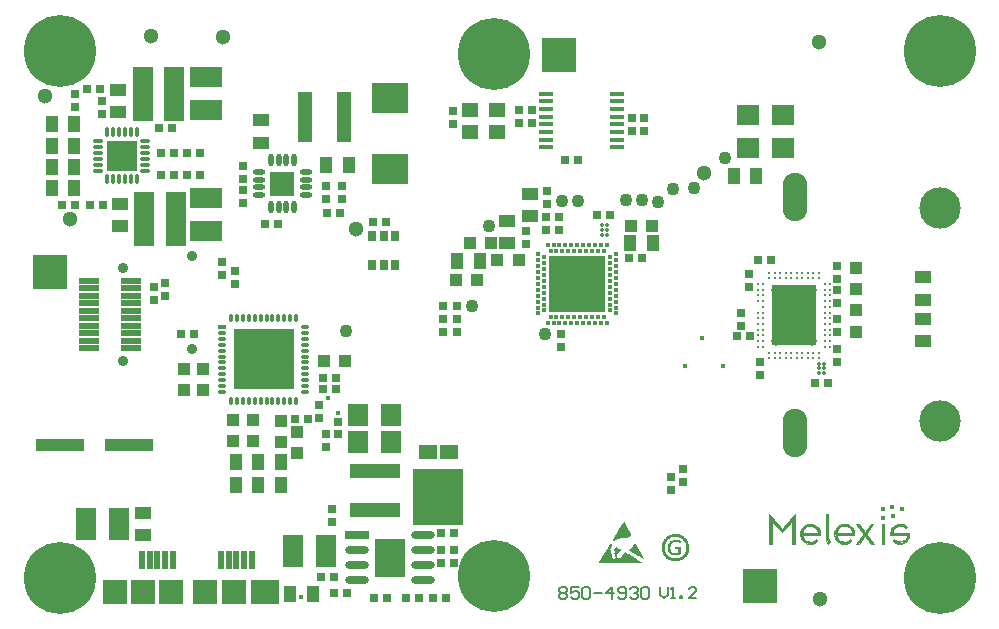
<source format=gts>
G04 Layer_Color=8388736*
%FSLAX44Y44*%
%MOMM*%
G71*
G01*
G75*
%ADD17C,0.3000*%
%ADD60C,0.2000*%
%ADD73C,0.8000*%
%ADD80C,0.3500*%
%ADD106C,0.1016*%
%ADD107R,2.5500X3.2500*%
%ADD108R,0.3302X0.3302*%
%ADD109R,3.0000X3.0000*%
%ADD110R,0.7500X0.3500*%
%ADD111O,0.7500X0.3500*%
%ADD112O,0.3500X0.7500*%
%ADD113R,5.2000X5.2000*%
%ADD114R,1.0000X1.1000*%
%ADD115R,1.1000X1.0000*%
%ADD116R,0.7000X0.7000*%
%ADD117C,1.1000*%
%ADD118R,0.7000X0.9000*%
%ADD119R,0.7000X0.7000*%
%ADD120R,1.7000X0.5000*%
%ADD121R,1.7000X0.5000*%
%ADD122O,2.0000X0.7000*%
%ADD123R,2.0000X0.7000*%
%ADD124R,4.3000X1.3000*%
%ADD125C,0.2800*%
%ADD126R,1.7000X2.8000*%
%ADD127R,2.4000X2.0000*%
%ADD128R,0.5000X1.5000*%
%ADD129R,2.0000X2.0000*%
%ADD130R,4.2500X4.7500*%
%ADD131R,1.5500X1.2500*%
%ADD132R,4.1000X1.1000*%
%ADD133R,1.1000X1.4000*%
%ADD134R,1.4000X1.2000*%
%ADD135R,1.7000X4.6000*%
%ADD136R,1.4000X1.1000*%
%ADD137R,3.1000X2.5000*%
%ADD138R,1.9000X1.7000*%
%ADD139O,0.3500X0.9000*%
%ADD140O,0.9000X0.3500*%
%ADD141R,2.5000X2.5000*%
%ADD142O,1.1000X0.4500*%
%ADD143O,0.4500X1.1000*%
%ADD144R,2.0500X2.0500*%
%ADD145R,1.3000X4.3000*%
%ADD146R,2.8000X1.7000*%
%ADD147R,1.3000X0.4000*%
%ADD148R,1.7000X1.9000*%
%ADD149R,4.7000X4.7000*%
G04:AMPARAMS|DCode=150|XSize=0.4mm|YSize=0.4mm|CornerRadius=0.125mm|HoleSize=0mm|Usage=FLASHONLY|Rotation=90.000|XOffset=0mm|YOffset=0mm|HoleType=Round|Shape=RoundedRectangle|*
%AMROUNDEDRECTD150*
21,1,0.4000,0.1500,0,0,90.0*
21,1,0.1500,0.4000,0,0,90.0*
1,1,0.2500,0.0750,0.0750*
1,1,0.2500,0.0750,-0.0750*
1,1,0.2500,-0.0750,-0.0750*
1,1,0.2500,-0.0750,0.0750*
%
%ADD150ROUNDEDRECTD150*%
%ADD151C,0.9000*%
%ADD152C,6.1000*%
%ADD153R,3.8000X5.1000*%
%ADD154C,1.3000*%
%ADD155O,2.1000X4.1000*%
%ADD156C,3.5000*%
%ADD157C,0.4500*%
%ADD158C,0.8500*%
G36*
X505490Y74962D02*
X505536Y74916D01*
X505582Y74824D01*
X505674Y74641D01*
X505811Y74366D01*
X505994Y74000D01*
X506223Y73541D01*
X506544Y72946D01*
X506911Y72167D01*
X507369Y71250D01*
X507644Y70746D01*
X507965Y70196D01*
X508285Y69555D01*
X508606Y68868D01*
X508973Y68180D01*
X509385Y67401D01*
X509843Y66531D01*
X510302Y65660D01*
X510760Y64698D01*
X511310Y63690D01*
Y63644D01*
X511264Y63552D01*
X511172Y63415D01*
X511035Y63232D01*
X510897Y62957D01*
X510622Y62727D01*
X510347Y62453D01*
X509981Y62178D01*
X509523Y61857D01*
X509019Y61582D01*
X508377Y61353D01*
X507644Y61124D01*
X506819Y60895D01*
X505903Y60757D01*
X504849Y60665D01*
X503657Y60620D01*
X503199D01*
X502878Y60574D01*
X502512Y60528D01*
X502054Y60482D01*
X501595Y60391D01*
X501046Y60299D01*
X499946Y59978D01*
X498800Y59520D01*
X498251Y59245D01*
X497747Y58924D01*
X497242Y58512D01*
X496830Y58054D01*
X496784Y58099D01*
X496647Y58191D01*
X496464Y58283D01*
X496234Y58466D01*
X495730Y58787D01*
X495547Y58970D01*
X495410Y59108D01*
X495455Y59153D01*
X495501Y59291D01*
X495639Y59474D01*
X495822Y59795D01*
X496051Y60116D01*
X496280Y60574D01*
X496601Y61032D01*
X496922Y61536D01*
X497288Y62132D01*
X497655Y62727D01*
X498480Y64056D01*
X499350Y65477D01*
X500267Y66943D01*
X501183Y68409D01*
X502054Y69876D01*
X502878Y71205D01*
X503612Y72396D01*
X503978Y72946D01*
X504253Y73450D01*
X504528Y73862D01*
X504757Y74229D01*
X504986Y74549D01*
X505124Y74779D01*
X505215Y74962D01*
X505261Y75008D01*
X505490D01*
Y74962D01*
D02*
G37*
G36*
X522215Y43162D02*
X522169D01*
X522124Y43116D01*
X522078Y43024D01*
X522032D01*
X521940Y43116D01*
X521803Y43208D01*
X521574Y43299D01*
X521299Y43482D01*
X520978Y43666D01*
X520199Y44078D01*
X519328Y44628D01*
X518275Y45224D01*
X517175Y45865D01*
X516029Y46507D01*
X514884Y47194D01*
X513784Y47835D01*
X512684Y48477D01*
X511676Y49073D01*
X510852Y49577D01*
X510439Y49852D01*
X510118Y50035D01*
X509843Y50218D01*
X509614Y50356D01*
X509431Y50493D01*
X509294Y50585D01*
Y50905D01*
X511493Y52693D01*
X511539Y52738D01*
X511676Y52876D01*
X511860Y53105D01*
X512089Y53426D01*
X512409Y53838D01*
X512776Y54342D01*
X513188Y54984D01*
X513601Y55671D01*
X515113Y56129D01*
X522215Y43162D01*
D02*
G37*
G36*
X493943Y56312D02*
X494081Y56267D01*
X494264Y56129D01*
X494493Y55992D01*
X494951Y55717D01*
X495135Y55579D01*
X495226Y55442D01*
X495181Y55350D01*
X495043Y55121D01*
X494860Y54755D01*
X494631Y54250D01*
X494402Y53655D01*
X494127Y53013D01*
X493898Y52326D01*
X493714Y51639D01*
Y51547D01*
Y51410D01*
Y51272D01*
X493760Y51043D01*
X493806Y50768D01*
Y50447D01*
X493898Y50127D01*
X493943Y49714D01*
X494035Y49256D01*
X494127Y48752D01*
X494264Y48202D01*
X494447Y47652D01*
X494585Y47011D01*
X495043Y45590D01*
X495410Y44170D01*
Y44124D01*
X495455Y44032D01*
X495501Y43849D01*
X495593Y43666D01*
X495776Y43345D01*
X495868Y43208D01*
X495959Y43162D01*
X496830Y42841D01*
X497288D01*
X497334Y42887D01*
X497472Y42933D01*
X497563Y43070D01*
X497701Y43253D01*
X497838Y43574D01*
X497930Y43987D01*
X497976Y44536D01*
Y44765D01*
Y44857D01*
Y45040D01*
X497930Y45361D01*
X497884Y45774D01*
X497747Y46186D01*
X497609Y46644D01*
X497380Y47056D01*
X497059Y47423D01*
Y47469D01*
X497105Y47606D01*
Y47790D01*
X497151Y48019D01*
X497197Y48523D01*
X497242Y48752D01*
Y48935D01*
Y49073D01*
Y49118D01*
Y49256D01*
X497197Y49439D01*
Y49714D01*
X497105Y50035D01*
X497013Y50402D01*
X496876Y50814D01*
X496693Y51272D01*
X496784Y51318D01*
X496968Y51501D01*
X497242Y51776D01*
X497563Y52097D01*
X497930Y52463D01*
X498205Y52876D01*
X498434Y53242D01*
X498571Y53563D01*
X498709D01*
X498800Y53471D01*
X498892Y53380D01*
X499075Y53242D01*
X499579Y52876D01*
X500175Y52418D01*
X500862Y51959D01*
X501550Y51547D01*
X502283Y51181D01*
X502970Y50905D01*
Y50768D01*
X502924Y50676D01*
X502787Y50539D01*
X502558Y50264D01*
X502374Y50081D01*
X502145Y49852D01*
X501870Y49531D01*
X501550Y49210D01*
X501183Y48844D01*
X500725Y48385D01*
X500221Y47881D01*
X499625Y47332D01*
Y47286D01*
X499579Y47194D01*
X499534Y47011D01*
X499442Y46827D01*
X499304Y46415D01*
X499259Y46232D01*
Y46048D01*
Y44674D01*
Y44628D01*
X499304Y44536D01*
X499350Y44490D01*
X499717Y43987D01*
X500083Y43712D01*
X500587D01*
X500771Y43757D01*
X501046Y43849D01*
X501366Y43987D01*
X501687Y44124D01*
X502008Y44307D01*
X502329Y44490D01*
X502512Y44765D01*
X503062Y45590D01*
Y45636D01*
X503108Y45682D01*
X503337Y45957D01*
X503612Y46369D01*
X504024Y46873D01*
X504482Y47377D01*
X505032Y47973D01*
X505674Y48477D01*
X506315Y48935D01*
X506361Y48889D01*
X506453Y48844D01*
X506682Y48706D01*
X506911Y48569D01*
X507231Y48385D01*
X507598Y48156D01*
X508010Y47881D01*
X508515Y47561D01*
X509568Y46919D01*
X510760Y46186D01*
X511997Y45407D01*
X513326Y44582D01*
X514609Y43757D01*
X515892Y42978D01*
X517083Y42245D01*
X518137Y41558D01*
X518595Y41283D01*
X519008Y41008D01*
X519420Y40779D01*
X519741Y40550D01*
X519970Y40367D01*
X520153Y40275D01*
X520291Y40183D01*
X520336Y40138D01*
Y40046D01*
X484183D01*
X484092Y40092D01*
X484000Y40138D01*
X483954Y40275D01*
X493806Y56358D01*
X493898D01*
X493943Y56312D01*
D02*
G37*
G36*
X549561Y64479D02*
X549996Y64431D01*
X550479Y64334D01*
X551010Y64237D01*
X551590Y64093D01*
X552266Y63899D01*
X552894Y63706D01*
X553619Y63416D01*
X554295Y63078D01*
X555020Y62691D01*
X555696Y62208D01*
X556373Y61725D01*
X557049Y61097D01*
X557097Y61049D01*
X557194Y60952D01*
X557387Y60759D01*
X557580Y60469D01*
X557822Y60131D01*
X558112Y59745D01*
X558450Y59310D01*
X558788Y58778D01*
X559078Y58199D01*
X559416Y57571D01*
X559706Y56894D01*
X559948Y56170D01*
X560141Y55348D01*
X560334Y54527D01*
X560431Y53706D01*
X560479Y52788D01*
Y52740D01*
Y52595D01*
Y52305D01*
X560431Y51967D01*
X560382Y51532D01*
X560286Y51049D01*
X560189Y50517D01*
X560044Y49889D01*
X559851Y49261D01*
X559658Y48585D01*
X559368Y47908D01*
X559030Y47184D01*
X558643Y46459D01*
X558160Y45783D01*
X557677Y45106D01*
X557049Y44430D01*
X557001Y44382D01*
X556904Y44285D01*
X556711Y44140D01*
X556421Y43899D01*
X556083Y43657D01*
X555696Y43367D01*
X555261Y43077D01*
X554730Y42739D01*
X554150Y42449D01*
X553522Y42111D01*
X552846Y41821D01*
X552121Y41580D01*
X551300Y41338D01*
X550479Y41193D01*
X549657Y41097D01*
X548740Y41048D01*
X548256D01*
X547918Y41097D01*
X547483Y41145D01*
X547000Y41241D01*
X546469Y41338D01*
X545889Y41483D01*
X545213Y41628D01*
X544585Y41870D01*
X543860Y42160D01*
X543184Y42498D01*
X542459Y42884D01*
X541783Y43319D01*
X541106Y43850D01*
X540430Y44430D01*
X540382Y44478D01*
X540285Y44575D01*
X540092Y44768D01*
X539899Y45058D01*
X539657Y45396D01*
X539367Y45783D01*
X539029Y46218D01*
X538739Y46749D01*
X538401Y47329D01*
X538063Y47957D01*
X537773Y48681D01*
X537531Y49406D01*
X537338Y50179D01*
X537145Y51000D01*
X537048Y51870D01*
X537000Y52788D01*
Y52836D01*
Y53029D01*
Y53271D01*
X537048Y53609D01*
X537097Y54044D01*
X537193Y54527D01*
X537290Y55058D01*
X537435Y55638D01*
X537628Y56315D01*
X537821Y56943D01*
X538111Y57667D01*
X538449Y58344D01*
X538836Y59068D01*
X539319Y59745D01*
X539850Y60421D01*
X540430Y61097D01*
X540478Y61146D01*
X540575Y61242D01*
X540768Y61435D01*
X541058Y61629D01*
X541396Y61870D01*
X541783Y62160D01*
X542218Y62498D01*
X542749Y62836D01*
X543329Y63126D01*
X543957Y63464D01*
X544633Y63754D01*
X545406Y63996D01*
X546179Y64189D01*
X547000Y64382D01*
X547822Y64479D01*
X548740Y64527D01*
X549223D01*
X549561Y64479D01*
D02*
G37*
%LPC*%
G36*
X548740Y61967D02*
X548353D01*
X548111Y61919D01*
X547773Y61870D01*
X547387Y61822D01*
X546517Y61629D01*
X545454Y61290D01*
X544392Y60807D01*
X543812Y60518D01*
X543280Y60179D01*
X542749Y59745D01*
X542218Y59261D01*
X542169Y59213D01*
X542121Y59117D01*
X541976Y58972D01*
X541783Y58778D01*
X541590Y58537D01*
X541396Y58199D01*
X541155Y57860D01*
X540913Y57426D01*
X540382Y56508D01*
X539995Y55397D01*
X539657Y54141D01*
X539609Y53464D01*
X539561Y52788D01*
Y52740D01*
Y52643D01*
Y52401D01*
X539609Y52160D01*
X539657Y51822D01*
X539705Y51435D01*
X539899Y50566D01*
X540188Y49503D01*
X540672Y48440D01*
X541010Y47860D01*
X541348Y47329D01*
X541735Y46797D01*
X542218Y46266D01*
X542266Y46218D01*
X542363Y46169D01*
X542507Y46024D01*
X542701Y45831D01*
X542942Y45638D01*
X543280Y45445D01*
X543619Y45203D01*
X544053Y44962D01*
X545020Y44430D01*
X546131Y44044D01*
X547387Y43705D01*
X548015Y43657D01*
X548740Y43609D01*
X549126D01*
X549368Y43657D01*
X549706Y43705D01*
X550092Y43754D01*
X550962Y43947D01*
X551976Y44237D01*
X553088Y44720D01*
X553619Y45058D01*
X554150Y45396D01*
X554682Y45783D01*
X555213Y46266D01*
X555261Y46314D01*
X555310Y46411D01*
X555455Y46556D01*
X555648Y46749D01*
X555841Y46990D01*
X556083Y47329D01*
X556324Y47667D01*
X556566Y48102D01*
X557049Y49068D01*
X557484Y50179D01*
X557822Y51435D01*
X557870Y52063D01*
X557919Y52788D01*
Y52836D01*
Y52933D01*
Y53174D01*
X557870Y53416D01*
X557822Y53754D01*
X557774Y54141D01*
X557580Y55010D01*
X557242Y56025D01*
X556759Y57087D01*
X556469Y57667D01*
X556131Y58199D01*
X555696Y58730D01*
X555213Y59261D01*
X555165Y59310D01*
X555117Y59358D01*
X554923Y59503D01*
X554730Y59696D01*
X554488Y59889D01*
X554150Y60131D01*
X553812Y60373D01*
X553426Y60614D01*
X552459Y61097D01*
X551348Y61532D01*
X550092Y61870D01*
X549464Y61919D01*
X548740Y61967D01*
D02*
G37*
%LPD*%
G36*
X549947Y59406D02*
X550479Y59310D01*
X550624D01*
X550914Y59261D01*
X551300Y59165D01*
X551735Y59020D01*
X551783D01*
X551831Y58972D01*
X552025Y58923D01*
X552314Y58778D01*
X552556Y58633D01*
X552604D01*
X552749Y58537D01*
X552894Y58440D01*
X553039Y58344D01*
X553088D01*
X553136Y58247D01*
X553232Y58005D01*
Y57957D01*
X553281Y57860D01*
Y57716D01*
Y57426D01*
Y57377D01*
Y57329D01*
X553232Y57039D01*
Y56991D01*
Y56943D01*
X553184Y56749D01*
Y56701D01*
X553088Y56604D01*
X553039D01*
X552943Y56556D01*
X552894D01*
X552846Y56604D01*
X552701Y56653D01*
X552508Y56749D01*
X552459Y56798D01*
X552314Y56894D01*
X552073Y56991D01*
X551735Y57136D01*
X551638Y57184D01*
X551397Y57281D01*
X551058Y57426D01*
X550575Y57522D01*
X550527D01*
X550479Y57571D01*
X550334D01*
X550140Y57619D01*
X549657Y57667D01*
X548981Y57716D01*
X548595D01*
X548353Y57667D01*
X547725Y57571D01*
X547049Y57329D01*
X547000D01*
X546904Y57281D01*
X546759Y57184D01*
X546566Y57087D01*
X546131Y56798D01*
X545648Y56363D01*
Y56315D01*
X545551Y56266D01*
X545454Y56121D01*
X545309Y55928D01*
X545020Y55445D01*
X544730Y54817D01*
Y54769D01*
X544681Y54672D01*
X544633Y54479D01*
X544585Y54237D01*
X544537Y53899D01*
X544488Y53561D01*
X544440Y52788D01*
Y52740D01*
Y52595D01*
Y52353D01*
X544488Y52063D01*
X544585Y51387D01*
X544778Y50662D01*
Y50614D01*
X544826Y50517D01*
X544923Y50324D01*
X545020Y50131D01*
X545309Y49599D01*
X545696Y49068D01*
X545744Y49020D01*
X545793Y48971D01*
X545938Y48875D01*
X546131Y48730D01*
X546566Y48391D01*
X547145Y48102D01*
X547194D01*
X547290Y48053D01*
X547483Y48005D01*
X547677Y47957D01*
X548256Y47860D01*
X548981Y47812D01*
X549368D01*
X549706Y47860D01*
X550140Y47957D01*
X550189D01*
X550237Y48005D01*
X550479Y48053D01*
X550817Y48198D01*
X551203Y48343D01*
Y51870D01*
X548160D01*
X548111Y51918D01*
X548063Y52015D01*
Y52063D01*
X548015Y52112D01*
X547966Y52305D01*
Y52353D01*
Y52401D01*
Y52691D01*
Y52740D01*
Y52788D01*
Y53029D01*
Y53078D01*
X548015Y53126D01*
Y53223D01*
X548063Y53271D01*
X548111Y53319D01*
X548160Y53416D01*
X548208Y53464D01*
X552798D01*
X552943Y53416D01*
X553088Y53319D01*
X553136Y53271D01*
X553184Y53174D01*
X553232Y53029D01*
X553281Y52740D01*
Y47667D01*
Y47619D01*
Y47522D01*
X553184Y47232D01*
Y47184D01*
X553136Y47136D01*
X553039Y47039D01*
X552846Y46990D01*
X552798Y46942D01*
X552604Y46894D01*
X552314Y46749D01*
X551976Y46604D01*
X551880D01*
X551687Y46507D01*
X551348Y46411D01*
X550962Y46314D01*
X550865D01*
X550672Y46266D01*
X550334Y46218D01*
X549947Y46121D01*
X549609D01*
X549271Y46073D01*
X548643D01*
X548353Y46121D01*
X547966D01*
X547532Y46169D01*
X547097Y46266D01*
X546131Y46556D01*
X546082D01*
X545938Y46652D01*
X545696Y46749D01*
X545406Y46894D01*
X544730Y47329D01*
X544005Y47860D01*
X543957Y47908D01*
X543860Y48005D01*
X543715Y48198D01*
X543522Y48440D01*
X543329Y48730D01*
X543087Y49116D01*
X542701Y49938D01*
Y49986D01*
X542652Y50131D01*
X542556Y50421D01*
X542507Y50759D01*
X542411Y51145D01*
X542314Y51628D01*
X542266Y52112D01*
Y52691D01*
Y52740D01*
Y52933D01*
X542314Y53223D01*
Y53609D01*
X542363Y54044D01*
X542459Y54479D01*
X542749Y55445D01*
X542797Y55493D01*
X542846Y55686D01*
X542942Y55928D01*
X543135Y56218D01*
X543570Y56894D01*
X544150Y57619D01*
X544198Y57667D01*
X544295Y57764D01*
X544488Y57957D01*
X544730Y58150D01*
X545020Y58344D01*
X545406Y58585D01*
X546227Y58972D01*
X546276D01*
X546421Y59068D01*
X546711Y59117D01*
X547049Y59213D01*
X547435Y59310D01*
X547918Y59358D01*
X548401Y59455D01*
X549464D01*
X549947Y59406D01*
D02*
G37*
D17*
X679187Y227660D02*
D03*
Y232477D02*
D03*
X618857Y261378D02*
D03*
Y266195D02*
D03*
X665335Y213500D02*
D03*
X618857Y232477D02*
D03*
X669996Y285172D02*
D03*
X665335D02*
D03*
X660675D02*
D03*
X656013D02*
D03*
X651352D02*
D03*
X646692D02*
D03*
X642030D02*
D03*
X637369D02*
D03*
X618857Y237293D02*
D03*
X632709Y285172D02*
D03*
X628047Y213500D02*
D03*
X632709D02*
D03*
X637369D02*
D03*
X642030D02*
D03*
X646692D02*
D03*
X651352D02*
D03*
X656013D02*
D03*
X660675D02*
D03*
X618857Y246928D02*
D03*
Y227660D02*
D03*
X679187Y266195D02*
D03*
Y261378D02*
D03*
Y246928D02*
D03*
Y242111D02*
D03*
Y275829D02*
D03*
Y222843D02*
D03*
X618857D02*
D03*
Y242111D02*
D03*
X628047Y285172D02*
D03*
X679187Y271012D02*
D03*
Y256562D02*
D03*
Y251744D02*
D03*
Y237293D02*
D03*
X669996Y213500D02*
D03*
X618857Y251744D02*
D03*
Y271012D02*
D03*
Y275829D02*
D03*
D60*
X536000Y18997D02*
Y12999D01*
X538999Y10000D01*
X541998Y12999D01*
Y18997D01*
X544997Y10000D02*
X547996D01*
X546497D01*
Y18997D01*
X544997Y17498D01*
X552495Y10000D02*
Y11500D01*
X553994D01*
Y10000D01*
X552495D01*
X565990D02*
X559992D01*
X565990Y15998D01*
Y17498D01*
X564491Y18997D01*
X561492D01*
X559992Y17498D01*
X450000Y17331D02*
X451666Y18997D01*
X454998D01*
X456665Y17331D01*
Y15664D01*
X454998Y13998D01*
X456665Y12332D01*
Y10666D01*
X454998Y9000D01*
X451666D01*
X450000Y10666D01*
Y12332D01*
X451666Y13998D01*
X450000Y15664D01*
Y17331D01*
X451666Y13998D02*
X454998D01*
X466661Y18997D02*
X459997D01*
Y13998D01*
X463329Y15664D01*
X464995D01*
X466661Y13998D01*
Y10666D01*
X464995Y9000D01*
X461663D01*
X459997Y10666D01*
X469994Y17331D02*
X471660Y18997D01*
X474992D01*
X476658Y17331D01*
Y10666D01*
X474992Y9000D01*
X471660D01*
X469994Y10666D01*
Y17331D01*
X479990Y13998D02*
X486655D01*
X494986Y9000D02*
Y18997D01*
X489987Y13998D01*
X496652D01*
X499984Y10666D02*
X501650Y9000D01*
X504982D01*
X506648Y10666D01*
Y17331D01*
X504982Y18997D01*
X501650D01*
X499984Y17331D01*
Y15664D01*
X501650Y13998D01*
X506648D01*
X509981Y17331D02*
X511647Y18997D01*
X514979D01*
X516645Y17331D01*
Y15664D01*
X514979Y13998D01*
X513313D01*
X514979D01*
X516645Y12332D01*
Y10666D01*
X514979Y9000D01*
X511647D01*
X509981Y10666D01*
X519977Y17331D02*
X521644Y18997D01*
X524976D01*
X526642Y17331D01*
Y10666D01*
X524976Y9000D01*
X521644D01*
X519977Y10666D01*
Y17331D01*
D73*
X634022Y270736D02*
D03*
Y227936D02*
D03*
X664022Y270736D02*
D03*
Y227936D02*
D03*
D80*
X486417Y325570D02*
D03*
Y321571D02*
D03*
Y317571D02*
D03*
X490417Y325570D02*
D03*
Y321571D02*
D03*
Y317571D02*
D03*
X674500Y200500D02*
D03*
Y204500D02*
D03*
Y208500D02*
D03*
X670500Y200500D02*
D03*
Y204500D02*
D03*
Y208500D02*
D03*
D106*
X629486Y55928D02*
X630248D01*
Y75486D01*
X630756D01*
X631010Y75232D01*
X638884Y67866D01*
X647774Y75486D01*
X639138Y66088D02*
X647774Y75486D01*
X638884Y65580D02*
X639138Y66088D01*
X630756Y74724D02*
X638884Y65580D01*
X630756Y74724D02*
Y74978D01*
X630248Y75994D02*
X630756Y74978D01*
X629994Y75740D02*
X630248Y75994D01*
X629994Y75740D02*
X638884Y66342D01*
X648028Y76248D01*
Y56182D02*
Y76248D01*
Y56182D02*
X648536D01*
Y55928D02*
Y56182D01*
X647774Y55928D02*
X648536D01*
X647774D02*
Y77772D01*
X648536D01*
X638884Y67104D02*
X648536Y77772D01*
X629994Y76756D02*
X638884Y67104D01*
X629740Y76756D02*
X629994D01*
X629740D02*
Y77772D01*
X629994D01*
Y55928D02*
Y77772D01*
X629232Y55928D02*
X629994D01*
X629232D02*
Y56436D01*
X628470D02*
X629232D01*
X628470Y55928D02*
Y56436D01*
Y55928D02*
X629232D01*
Y79042D01*
X628978D02*
X629232D01*
X628978D02*
X638884Y68120D01*
X648536Y78788D01*
Y55928D02*
Y78788D01*
Y55928D02*
X649298D01*
Y80566D01*
X638884Y68882D02*
X649298Y80566D01*
X628470D02*
X638884Y68882D01*
X628470Y55928D02*
Y80566D01*
X684350Y61770D02*
X684604Y61516D01*
X685366Y60500D01*
X685874Y59738D01*
X686382Y59484D01*
X687144Y58722D01*
X688160Y57960D01*
X689430Y57452D01*
X690700Y57198D01*
X693494Y57452D01*
X695526Y58214D01*
X696288Y58976D01*
X696796Y58468D01*
X696288Y57960D02*
X696796Y58468D01*
X695272Y57452D02*
X696288Y57960D01*
X694256Y57198D02*
X695272Y57452D01*
X693494Y56690D02*
X694256Y57198D01*
X690446Y56690D02*
X693494D01*
X689684Y56944D02*
X690446Y56690D01*
X688668Y57198D02*
X689684Y56944D01*
X687398Y57960D02*
X688668Y57198D01*
X685874Y58976D02*
X687398Y57960D01*
X685112Y59992D02*
X685874Y58976D01*
X684858Y59992D02*
X685112D01*
X684350Y60754D02*
X684858Y59992D01*
X684350Y60754D02*
X685366Y61008D01*
X684350Y61770D02*
X685366Y61008D01*
X683842Y62532D02*
X684350Y61770D01*
X683842Y62532D02*
X684096Y62786D01*
X685366Y61516D01*
X684350Y63548D02*
X684858Y62786D01*
X684096Y65072D02*
X684350Y63548D01*
X684096Y65072D02*
Y66596D01*
X684604Y67612D01*
X685112Y68882D01*
X685874Y69898D01*
X686636Y70406D01*
X687652Y71422D01*
X688922Y71676D01*
X690446Y72184D01*
X694002D01*
X694510Y71676D01*
X695780Y71168D01*
X696542Y70406D01*
X698066Y69136D01*
X698320Y68628D01*
X698828Y67358D01*
X699336Y66342D01*
X699590Y65326D01*
X699336Y64564D02*
X699590Y65326D01*
X698828Y65072D02*
X699336Y64564D01*
X698828Y65072D02*
Y65580D01*
X698574Y66850D02*
X698828Y65580D01*
X697558Y68882D02*
X698574Y66850D01*
X697050Y69644D02*
X697558Y68882D01*
X695780Y70660D02*
X697050Y69644D01*
X694764Y71168D02*
X695780Y70660D01*
X693494Y71676D02*
X694764Y71168D01*
X692224Y71930D02*
X693494Y71676D01*
X690954Y71930D02*
X692224D01*
X690192Y71676D02*
X690954Y71930D01*
X688668Y71422D02*
X690192Y71676D01*
X687906Y70660D02*
X688668Y71422D01*
X686890Y70152D02*
X687906Y70660D01*
X686382Y69390D02*
X686890Y70152D01*
X685620Y68374D02*
X686382Y69390D01*
X684858Y66850D02*
X685620Y68374D01*
X684604Y65580D02*
X684858Y66850D01*
X684604Y65580D02*
X684858Y64564D01*
X685620Y63802D01*
X685112D02*
X685620D01*
X685112D02*
Y64310D01*
X697558D01*
X697812Y64056D01*
X699082D01*
X698320Y64564D02*
X699082Y64056D01*
X697812Y65072D02*
X698320Y64564D01*
X685366Y65072D02*
X697812D01*
X685366D02*
Y65580D01*
X685620Y66596D01*
X686890Y69136D01*
X687906Y69898D01*
X688668Y70660D01*
X689938Y70914D01*
X690954Y71168D01*
X693240D01*
X695272Y70152D01*
X696288Y69390D01*
X697050Y68628D01*
X697812Y67358D01*
X698066Y66088D01*
Y65072D02*
Y66088D01*
Y65072D02*
X699336Y64310D01*
X700098Y63548D01*
X686128D02*
X700098D01*
X685366Y63294D02*
X686128Y63548D01*
X685366Y62532D02*
Y63294D01*
Y62532D02*
X685620Y61516D01*
X686128Y61008D01*
X685620Y61262D02*
X686128Y61008D01*
X685620Y61262D02*
X687398Y59484D01*
X688414Y58722D01*
X689176Y58214D01*
X688922D02*
X689176D01*
X688922D02*
X690192Y57960D01*
X691208Y57706D01*
X693240D01*
X694256Y57960D01*
X695272Y58722D01*
X696288Y59738D01*
X697558Y58468D01*
X697050Y57960D02*
X697558Y58468D01*
X696288Y57452D02*
X697050Y57960D01*
X695018Y56690D02*
X696288Y57452D01*
X693494Y56182D02*
X695018Y56690D01*
X692224Y55928D02*
X693494Y56182D01*
X690700Y55928D02*
X692224D01*
X689430Y56182D02*
X690700Y55928D01*
X688414Y56690D02*
X689430Y56182D01*
X687144Y57452D02*
X688414Y56690D01*
X685620Y58468D02*
X687144Y57452D01*
X684096Y60246D02*
X685620Y58468D01*
X683588Y61770D02*
X684096Y60246D01*
X683334Y62786D02*
X683588Y61770D01*
X683334Y62786D02*
Y65834D01*
X683842Y67612D01*
X684350Y68882D01*
X685366Y70152D01*
X687398Y71676D01*
X688414Y72184D01*
X689684Y72438D01*
X690700Y72692D01*
X693748D01*
X695272Y72184D01*
X696542Y71422D01*
X698828Y69136D01*
X699336Y68120D01*
X699844Y66850D01*
X700098Y65326D01*
Y63548D02*
Y65326D01*
X655394Y61770D02*
X655648Y61516D01*
X656410Y60500D01*
X656918Y59738D01*
X657426Y59484D01*
X658188Y58722D01*
X659204Y57960D01*
X660474Y57452D01*
X661744Y57198D01*
X664538Y57452D01*
X666570Y58214D01*
X667332Y58976D01*
X667840Y58468D01*
X667332Y57960D02*
X667840Y58468D01*
X666316Y57452D02*
X667332Y57960D01*
X665300Y57198D02*
X666316Y57452D01*
X664538Y56690D02*
X665300Y57198D01*
X661490Y56690D02*
X664538D01*
X660728Y56944D02*
X661490Y56690D01*
X659712Y57198D02*
X660728Y56944D01*
X658442Y57960D02*
X659712Y57198D01*
X656918Y58976D02*
X658442Y57960D01*
X656156Y59992D02*
X656918Y58976D01*
X655902Y59992D02*
X656156D01*
X655394Y60754D02*
X655902Y59992D01*
X655394Y60754D02*
X656410Y61008D01*
X655394Y61770D02*
X656410Y61008D01*
X654886Y62532D02*
X655394Y61770D01*
X654886Y62532D02*
X655140Y62786D01*
X656410Y61516D01*
X655902Y62786D02*
X656410Y61516D01*
X655394Y63548D02*
X655902Y62786D01*
X655140Y65072D02*
X655394Y63548D01*
X655140Y65072D02*
Y66596D01*
X655648Y67612D01*
X656156Y68882D01*
X656918Y69898D01*
X657680Y70406D01*
X658696Y71422D01*
X659966Y71676D01*
X661490Y72184D01*
X665046D01*
X665554Y71676D01*
X666824Y71168D01*
X667586Y70406D01*
X669110Y69136D01*
X669364Y68628D01*
X669872Y67358D01*
X670380Y66342D01*
X670634Y65326D01*
X670380Y64564D02*
X670634Y65326D01*
X669872Y65072D02*
X670380Y64564D01*
X669872Y65072D02*
Y65580D01*
X669618Y66850D02*
X669872Y65580D01*
X668602Y68882D02*
X669618Y66850D01*
X668094Y69644D02*
X668602Y68882D01*
X666824Y70660D02*
X668094Y69644D01*
X665808Y71168D02*
X666824Y70660D01*
X664538Y71676D02*
X665808Y71168D01*
X663268Y71930D02*
X664538Y71676D01*
X661998Y71930D02*
X663268D01*
X661236Y71676D02*
X661998Y71930D01*
X659712Y71422D02*
X661236Y71676D01*
X658950Y70660D02*
X659712Y71422D01*
X657934Y70152D02*
X658950Y70660D01*
X657426Y69390D02*
X657934Y70152D01*
X656664Y68374D02*
X657426Y69390D01*
X655902Y66850D02*
X656664Y68374D01*
X655648Y65580D02*
X655902Y66850D01*
X655648Y65580D02*
X655902Y64564D01*
X656664Y63802D01*
X656156D02*
X656664D01*
X656156D02*
Y64310D01*
X668602D01*
X668856Y64056D01*
X670126D01*
X669364Y64564D02*
X670126Y64056D01*
X668856Y65072D02*
X669364Y64564D01*
X656410Y65072D02*
X668856D01*
X656410D02*
Y65580D01*
X656664Y66596D01*
X657934Y69136D01*
X658950Y69898D01*
X659712Y70660D01*
X660982Y70914D01*
X661998Y71168D01*
X664284D01*
X666316Y70152D01*
X667332Y69390D01*
X668094Y68628D01*
X668856Y67358D01*
X669110Y66088D01*
Y65072D02*
Y66088D01*
Y65072D02*
X670380Y64310D01*
X671142Y63548D01*
X657172D02*
X671142D01*
X656410Y63294D02*
X657172Y63548D01*
X656410Y62532D02*
Y63294D01*
Y62532D02*
X656664Y61516D01*
X657172Y61008D01*
X656664Y61262D02*
X657172Y61008D01*
X656664Y61262D02*
X658442Y59484D01*
X659458Y58722D01*
X660220Y58214D01*
X659966D02*
X660220D01*
X659966D02*
X661236Y57960D01*
X662252Y57706D01*
X664284D01*
X665300Y57960D01*
X666316Y58722D01*
X667332Y59738D01*
X668602Y58468D01*
X668094Y57960D02*
X668602Y58468D01*
X667332Y57452D02*
X668094Y57960D01*
X666062Y56690D02*
X667332Y57452D01*
X664538Y56182D02*
X666062Y56690D01*
X663268Y55928D02*
X664538Y56182D01*
X661744Y55928D02*
X663268D01*
X660474Y56182D02*
X661744Y55928D01*
X659458Y56690D02*
X660474Y56182D01*
X658188Y57452D02*
X659458Y56690D01*
X656664Y58468D02*
X658188Y57452D01*
X655140Y60246D02*
X656664Y58468D01*
X654632Y61770D02*
X655140Y60246D01*
X654378Y62786D02*
X654632Y61770D01*
X654378Y62786D02*
Y65834D01*
X654886Y67612D01*
X655394Y68882D01*
X656410Y70152D01*
X658442Y71676D01*
X659458Y72184D01*
X660728Y72438D01*
X661744Y72692D01*
X664792D01*
X666316Y72184D01*
X667586Y71422D01*
X669872Y69136D01*
X670380Y68120D01*
X670888Y66850D01*
X671142Y65326D01*
Y63548D02*
Y65326D01*
X678254Y57198D02*
X678508Y56690D01*
X677746Y57960D02*
X678254Y57198D01*
X677238Y58976D02*
X677746Y57960D01*
X676730Y59738D02*
X677238Y58976D01*
X676730Y80312D02*
X677238D01*
Y60500D02*
X677492Y59738D01*
X678000Y58722D01*
X679016Y57198D01*
X679524Y57706D01*
X679778Y57198D01*
X678254Y56182D02*
X679778Y57198D01*
X677238Y57452D02*
X678254Y56182D01*
X676476Y58722D02*
X677238Y57452D01*
X676222Y59738D02*
X676476Y58722D01*
X676222Y81074D02*
X678000D01*
Y60500D02*
Y81074D01*
Y60500D02*
X678762Y58976D01*
X679778Y57198D01*
X703654Y56436D02*
X715592Y72438D01*
X714830D02*
X715592D01*
X702892Y56436D02*
X714830Y72438D01*
X701876Y55928D02*
X702892Y56436D01*
X701876Y55928D02*
X704162D01*
X716354Y72692D01*
X714068D02*
X716354D01*
X701876Y55928D02*
X714068Y72692D01*
X703654Y72438D02*
X716100Y55928D01*
X715084Y56182D02*
X716100Y55928D01*
X703146Y72184D02*
X715084Y56182D01*
X701876Y72692D02*
X703146Y72184D01*
X701876Y72692D02*
X704162D01*
X716862Y55674D01*
X714576D02*
X716862D01*
X701876Y72692D02*
X714576Y55674D01*
X724228Y56182D02*
Y72438D01*
X723466Y56182D02*
X724228D01*
X723466Y55928D02*
Y56182D01*
Y55928D02*
X724990D01*
Y72692D01*
X723466D02*
X724990D01*
X723466Y55928D02*
Y72692D01*
X731086Y64056D02*
X744548D01*
X746072Y63802D01*
X745564Y64310D02*
X746072Y63802D01*
X745310Y63548D02*
X745564Y64310D01*
X745310Y62278D02*
Y63548D01*
X744548Y60500D02*
X745310Y62278D01*
X744040Y59738D02*
X744548Y60500D01*
X744040Y59738D02*
X744802D01*
X745056Y61516D01*
X744802Y60754D02*
X745056Y61516D01*
X744294Y59992D02*
X744802Y60754D01*
X743278Y59230D02*
X744294Y59992D01*
X742008Y58468D02*
X743278Y59230D01*
X740738Y57960D02*
X742008Y58468D01*
X738198Y57452D02*
X740738Y57960D01*
X736420Y57706D02*
X738198Y57452D01*
X734642Y58976D02*
X736420Y57706D01*
X734642Y58976D02*
X735150Y58214D01*
X734388Y58976D02*
X735150Y58214D01*
X733880Y59230D02*
X734388Y58976D01*
X733880Y58214D02*
Y59230D01*
Y58214D02*
X735912Y57198D01*
X738198Y56690D01*
X739976Y56944D01*
X742516Y57706D01*
X744294Y58976D01*
X745564Y60754D01*
X746580Y63294D01*
X746326Y63802D02*
X746580Y63294D01*
X746072Y63040D02*
X746326Y63802D01*
X745818Y61262D02*
X746072Y63040D01*
X745818Y61262D02*
X746072Y62278D01*
X745818Y63040D02*
X746072Y62278D01*
X745818Y63040D02*
X746326Y63802D01*
X746580Y64564D01*
X732610D02*
X746580D01*
X732102Y64056D02*
X732610Y64564D01*
X732102Y64056D02*
Y65326D01*
X731340Y63802D02*
X732102Y65326D01*
X731340Y63802D02*
X731594Y65072D01*
X731848Y66088D01*
X732102Y67358D01*
Y66342D02*
Y67358D01*
X731594Y66850D02*
X732102Y66342D01*
X731594Y66850D02*
X732102Y67866D01*
X733118Y68882D01*
X734134Y69644D01*
X733118Y68628D02*
X734134Y69644D01*
X732356Y68374D02*
X733118Y68628D01*
X732356Y68374D02*
X733118Y69644D01*
X734134Y69898D01*
X735912Y71168D01*
X738452Y71676D01*
X740738Y71422D01*
X741754Y71168D01*
X743024Y70406D01*
X743786Y69898D01*
X744294Y70406D01*
X743532Y70914D02*
X744294Y70406D01*
X742516Y71422D02*
X743532Y70914D01*
X740484Y71930D02*
X742516Y71422D01*
X736166Y71930D02*
X740484D01*
X733626Y70406D02*
X736166Y71930D01*
X732610Y69898D02*
X733626Y70406D01*
X731594Y68374D02*
X732610Y69898D01*
X731086Y65834D02*
X731594Y68374D01*
X730832Y64056D02*
X731086Y65834D01*
X730324Y63294D02*
X730832Y64056D01*
X730324Y63294D02*
X744548D01*
Y61770D02*
Y63294D01*
X744040Y60754D02*
X744548Y61770D01*
X743532Y59992D02*
X744040Y60754D01*
X742770Y59484D02*
X743532Y59992D01*
X741754Y58976D02*
X742770Y59484D01*
X740484Y58468D02*
X741754Y58976D01*
X739468Y58214D02*
X740484Y58468D01*
X737436Y58214D02*
X739468D01*
X736166Y58722D02*
X737436Y58214D01*
X734896Y59484D02*
X736166Y58722D01*
X734134Y59992D02*
X734896Y59484D01*
X732610Y58214D02*
X734134Y59992D01*
X732610Y58214D02*
X733626Y57452D01*
X735658Y56690D01*
X737182Y56182D01*
X739976D01*
X741500Y56690D01*
X743786Y57706D01*
X745056Y58976D01*
X746326Y60500D01*
X746834Y62278D01*
Y65072D01*
X732610D02*
X746834D01*
X732610D02*
Y66342D01*
X732864Y67358D01*
X733626Y68628D01*
X734896Y69898D01*
X736166Y70406D01*
X737182Y70914D01*
X739976D01*
X740992Y70660D01*
X742262Y70152D01*
X743786Y69136D01*
X745056Y70406D01*
X744040Y71168D02*
X745056Y70406D01*
X742770Y71930D02*
X744040Y71168D01*
X741246Y72438D02*
X742770Y71930D01*
X739976Y72692D02*
X741246Y72438D01*
X737182Y72692D02*
X739976D01*
X735912Y72438D02*
X737182Y72692D01*
X733880Y71422D02*
X735912Y72438D01*
X732610Y70406D02*
X733880Y71422D01*
X731594Y69390D02*
X732610Y70406D01*
X730832Y67866D02*
X731594Y69390D01*
X730324Y65326D02*
X730832Y67866D01*
X730324Y63294D02*
Y65326D01*
X628216Y80820D02*
X628470Y80566D01*
X628216Y55928D02*
Y80820D01*
Y55928D02*
X628978D01*
X649552Y80820D02*
X649806D01*
Y55928D02*
Y80820D01*
X648536Y55928D02*
X649806D01*
X724228D02*
X725244D01*
Y72692D01*
X723212D02*
X725244D01*
X723212Y55928D02*
Y72692D01*
Y55928D02*
X723720D01*
X676730Y59738D02*
Y80312D01*
X676222Y59738D02*
Y81074D01*
X684858Y62786D02*
X685366Y61516D01*
X677238Y60500D02*
Y80312D01*
X723212Y55928D02*
X723720D01*
X723212D02*
Y72692D01*
X725244D01*
Y55928D02*
Y72692D01*
X724228Y55928D02*
X725244D01*
X648536D02*
X649806D01*
Y80820D01*
X649552D02*
X649806D01*
X628216Y55928D02*
X628978D01*
X628216D02*
Y80820D01*
X628470Y80566D01*
X730324Y63294D02*
Y65326D01*
X730832Y67866D01*
X731594Y69390D01*
X732610Y70406D01*
X733880Y71422D01*
X735912Y72438D01*
X737182Y72692D01*
X739976D01*
X741246Y72438D01*
X742770Y71930D01*
X744040Y71168D01*
X745056Y70406D01*
X743786Y69136D02*
X745056Y70406D01*
X742262Y70152D02*
X743786Y69136D01*
X740992Y70660D02*
X742262Y70152D01*
X739976Y70914D02*
X740992Y70660D01*
X737182Y70914D02*
X739976D01*
X736166Y70406D02*
X737182Y70914D01*
X734896Y69898D02*
X736166Y70406D01*
X733626Y68628D02*
X734896Y69898D01*
X732864Y67358D02*
X733626Y68628D01*
X732610Y66342D02*
X732864Y67358D01*
X732610Y65072D02*
Y66342D01*
Y65072D02*
X746834D01*
Y62278D02*
Y65072D01*
X746326Y60500D02*
X746834Y62278D01*
X745056Y58976D02*
X746326Y60500D01*
X743786Y57706D02*
X745056Y58976D01*
X741500Y56690D02*
X743786Y57706D01*
X739976Y56182D02*
X741500Y56690D01*
X737182Y56182D02*
X739976D01*
X735658Y56690D02*
X737182Y56182D01*
X733626Y57452D02*
X735658Y56690D01*
X732610Y58214D02*
X733626Y57452D01*
X732610Y58214D02*
X734134Y59992D01*
X734896Y59484D01*
X736166Y58722D01*
X737436Y58214D01*
X739468D01*
X740484Y58468D01*
X741754Y58976D01*
X742770Y59484D01*
X743532Y59992D01*
X744040Y60754D01*
X744548Y61770D01*
Y63294D01*
X730324D02*
X744548D01*
X730324D02*
X730832Y64056D01*
X731086Y65834D01*
X731594Y68374D01*
X732610Y69898D01*
X733626Y70406D01*
X736166Y71930D01*
X740484D01*
X742516Y71422D01*
X743532Y70914D01*
X744294Y70406D01*
X743786Y69898D02*
X744294Y70406D01*
X743024D02*
X743786Y69898D01*
X741754Y71168D02*
X743024Y70406D01*
X740738Y71422D02*
X741754Y71168D01*
X738452Y71676D02*
X740738Y71422D01*
X735912Y71168D02*
X738452Y71676D01*
X734134Y69898D02*
X735912Y71168D01*
X733118Y69644D02*
X734134Y69898D01*
X732356Y68374D02*
X733118Y69644D01*
X732356Y68374D02*
X733118Y68628D01*
X734134Y69644D01*
X733118Y68882D02*
X734134Y69644D01*
X732102Y67866D02*
X733118Y68882D01*
X731594Y66850D02*
X732102Y67866D01*
X731594Y66850D02*
X732102Y66342D01*
Y67358D01*
X731848Y66088D02*
X732102Y67358D01*
X731594Y65072D02*
X731848Y66088D01*
X731340Y63802D02*
X731594Y65072D01*
X731340Y63802D02*
X732102Y65326D01*
Y64056D02*
Y65326D01*
Y64056D02*
X732610Y64564D01*
X746580D01*
X746326Y63802D02*
X746580Y64564D01*
X745818Y63040D02*
X746326Y63802D01*
X745818Y63040D02*
X746072Y62278D01*
X745818Y61262D02*
X746072Y62278D01*
X745818Y61262D02*
X746072Y63040D01*
X746326Y63802D01*
X746580Y63294D01*
X745564Y60754D02*
X746580Y63294D01*
X744294Y58976D02*
X745564Y60754D01*
X742516Y57706D02*
X744294Y58976D01*
X739976Y56944D02*
X742516Y57706D01*
X738198Y56690D02*
X739976Y56944D01*
X735912Y57198D02*
X738198Y56690D01*
X733880Y58214D02*
X735912Y57198D01*
X733880Y58214D02*
Y59230D01*
X734388Y58976D01*
X735150Y58214D01*
X734642Y58976D02*
X735150Y58214D01*
X734642Y58976D02*
X736420Y57706D01*
X738198Y57452D01*
X740738Y57960D01*
X742008Y58468D01*
X743278Y59230D01*
X744294Y59992D01*
X744802Y60754D01*
X745056Y61516D01*
X744802Y59738D02*
X745056Y61516D01*
X744040Y59738D02*
X744802D01*
X744040D02*
X744548Y60500D01*
X745310Y62278D01*
Y63548D01*
X745564Y64310D01*
X746072Y63802D01*
X744548Y64056D02*
X746072Y63802D01*
X731086Y64056D02*
X744548D01*
X723466Y55928D02*
Y72692D01*
X724990D01*
Y55928D02*
Y72692D01*
X723466Y55928D02*
X724990D01*
X723466D02*
Y56182D01*
X724228D01*
Y72438D01*
X701876Y72692D02*
X714576Y55674D01*
X716862D01*
X704162Y72692D02*
X716862Y55674D01*
X701876Y72692D02*
X704162D01*
X701876D02*
X703146Y72184D01*
X715084Y56182D01*
X716100Y55928D01*
X703654Y72438D02*
X716100Y55928D01*
X701876D02*
X714068Y72692D01*
X716354D01*
X704162Y55928D02*
X716354Y72692D01*
X701876Y55928D02*
X704162D01*
X701876D02*
X702892Y56436D01*
X714830Y72438D01*
X715592D01*
X703654Y56436D02*
X715592Y72438D01*
X678762Y58976D02*
X679778Y57198D01*
X678000Y60500D02*
X678762Y58976D01*
X678000Y60500D02*
Y81074D01*
X676222D02*
X678000D01*
X676222Y59738D02*
Y81074D01*
Y59738D02*
X676476Y58722D01*
X677238Y57452D01*
X678254Y56182D01*
X679778Y57198D01*
X679524Y57706D02*
X679778Y57198D01*
X679016D02*
X679524Y57706D01*
X678000Y58722D02*
X679016Y57198D01*
X677492Y59738D02*
X678000Y58722D01*
X677238Y60500D02*
X677492Y59738D01*
X677238Y60500D02*
Y80312D01*
X676730D02*
X677238D01*
X676730Y59738D02*
Y80312D01*
Y59738D02*
X677238Y58976D01*
X677746Y57960D01*
X678254Y57198D01*
X678508Y56690D01*
X671142Y63548D02*
Y65326D01*
X670888Y66850D02*
X671142Y65326D01*
X670380Y68120D02*
X670888Y66850D01*
X669872Y69136D02*
X670380Y68120D01*
X667586Y71422D02*
X669872Y69136D01*
X666316Y72184D02*
X667586Y71422D01*
X664792Y72692D02*
X666316Y72184D01*
X661744Y72692D02*
X664792D01*
X660728Y72438D02*
X661744Y72692D01*
X659458Y72184D02*
X660728Y72438D01*
X658442Y71676D02*
X659458Y72184D01*
X656410Y70152D02*
X658442Y71676D01*
X655394Y68882D02*
X656410Y70152D01*
X654886Y67612D02*
X655394Y68882D01*
X654378Y65834D02*
X654886Y67612D01*
X654378Y62786D02*
Y65834D01*
Y62786D02*
X654632Y61770D01*
X655140Y60246D01*
X656664Y58468D01*
X658188Y57452D01*
X659458Y56690D01*
X660474Y56182D01*
X661744Y55928D01*
X663268D01*
X664538Y56182D01*
X666062Y56690D01*
X667332Y57452D01*
X668094Y57960D01*
X668602Y58468D01*
X667332Y59738D02*
X668602Y58468D01*
X666316Y58722D02*
X667332Y59738D01*
X665300Y57960D02*
X666316Y58722D01*
X664284Y57706D02*
X665300Y57960D01*
X662252Y57706D02*
X664284D01*
X661236Y57960D02*
X662252Y57706D01*
X659966Y58214D02*
X661236Y57960D01*
X659966Y58214D02*
X660220D01*
X659458Y58722D02*
X660220Y58214D01*
X658442Y59484D02*
X659458Y58722D01*
X656664Y61262D02*
X658442Y59484D01*
X656664Y61262D02*
X657172Y61008D01*
X656664Y61516D02*
X657172Y61008D01*
X656410Y62532D02*
X656664Y61516D01*
X656410Y62532D02*
Y63294D01*
X657172Y63548D01*
X671142D01*
X670380Y64310D02*
X671142Y63548D01*
X669110Y65072D02*
X670380Y64310D01*
X669110Y65072D02*
Y66088D01*
X668856Y67358D02*
X669110Y66088D01*
X668094Y68628D02*
X668856Y67358D01*
X667332Y69390D02*
X668094Y68628D01*
X666316Y70152D02*
X667332Y69390D01*
X664284Y71168D02*
X666316Y70152D01*
X661998Y71168D02*
X664284D01*
X660982Y70914D02*
X661998Y71168D01*
X659712Y70660D02*
X660982Y70914D01*
X658950Y69898D02*
X659712Y70660D01*
X657934Y69136D02*
X658950Y69898D01*
X656664Y66596D02*
X657934Y69136D01*
X656410Y65580D02*
X656664Y66596D01*
X656410Y65072D02*
Y65580D01*
Y65072D02*
X668856D01*
X669364Y64564D01*
X670126Y64056D01*
X668856D02*
X670126D01*
X668602Y64310D02*
X668856Y64056D01*
X656156Y64310D02*
X668602D01*
X656156Y63802D02*
Y64310D01*
Y63802D02*
X656664D01*
X655902Y64564D02*
X656664Y63802D01*
X655648Y65580D02*
X655902Y64564D01*
X655648Y65580D02*
X655902Y66850D01*
X656664Y68374D01*
X657426Y69390D01*
X657934Y70152D01*
X658950Y70660D01*
X659712Y71422D01*
X661236Y71676D01*
X661998Y71930D01*
X663268D01*
X664538Y71676D01*
X665808Y71168D01*
X666824Y70660D01*
X668094Y69644D01*
X668602Y68882D01*
X669618Y66850D01*
X669872Y65580D01*
Y65072D02*
Y65580D01*
Y65072D02*
X670380Y64564D01*
X670634Y65326D01*
X670380Y66342D02*
X670634Y65326D01*
X669872Y67358D02*
X670380Y66342D01*
X669364Y68628D02*
X669872Y67358D01*
X669110Y69136D02*
X669364Y68628D01*
X667586Y70406D02*
X669110Y69136D01*
X666824Y71168D02*
X667586Y70406D01*
X665554Y71676D02*
X666824Y71168D01*
X665046Y72184D02*
X665554Y71676D01*
X661490Y72184D02*
X665046D01*
X659966Y71676D02*
X661490Y72184D01*
X658696Y71422D02*
X659966Y71676D01*
X657680Y70406D02*
X658696Y71422D01*
X656918Y69898D02*
X657680Y70406D01*
X656156Y68882D02*
X656918Y69898D01*
X655648Y67612D02*
X656156Y68882D01*
X655140Y66596D02*
X655648Y67612D01*
X655140Y65072D02*
Y66596D01*
Y65072D02*
X655394Y63548D01*
X655902Y62786D01*
X656410Y61516D01*
X655140Y62786D02*
X656410Y61516D01*
X654886Y62532D02*
X655140Y62786D01*
X654886Y62532D02*
X655394Y61770D01*
X656410Y61008D01*
X655394Y60754D02*
X656410Y61008D01*
X655394Y60754D02*
X655902Y59992D01*
X656156D01*
X656918Y58976D01*
X658442Y57960D01*
X659712Y57198D01*
X660728Y56944D01*
X661490Y56690D01*
X664538D01*
X665300Y57198D01*
X666316Y57452D01*
X667332Y57960D01*
X667840Y58468D01*
X667332Y58976D02*
X667840Y58468D01*
X666570Y58214D02*
X667332Y58976D01*
X664538Y57452D02*
X666570Y58214D01*
X661744Y57198D02*
X664538Y57452D01*
X660474D02*
X661744Y57198D01*
X659204Y57960D02*
X660474Y57452D01*
X658188Y58722D02*
X659204Y57960D01*
X657426Y59484D02*
X658188Y58722D01*
X656918Y59738D02*
X657426Y59484D01*
X656410Y60500D02*
X656918Y59738D01*
X655648Y61516D02*
X656410Y60500D01*
X655394Y61770D02*
X655648Y61516D01*
X700098Y63548D02*
Y65326D01*
X699844Y66850D02*
X700098Y65326D01*
X699336Y68120D02*
X699844Y66850D01*
X698828Y69136D02*
X699336Y68120D01*
X696542Y71422D02*
X698828Y69136D01*
X695272Y72184D02*
X696542Y71422D01*
X693748Y72692D02*
X695272Y72184D01*
X690700Y72692D02*
X693748D01*
X689684Y72438D02*
X690700Y72692D01*
X688414Y72184D02*
X689684Y72438D01*
X687398Y71676D02*
X688414Y72184D01*
X685366Y70152D02*
X687398Y71676D01*
X684350Y68882D02*
X685366Y70152D01*
X683842Y67612D02*
X684350Y68882D01*
X683334Y65834D02*
X683842Y67612D01*
X683334Y62786D02*
Y65834D01*
Y62786D02*
X683588Y61770D01*
X684096Y60246D01*
X685620Y58468D01*
X687144Y57452D01*
X688414Y56690D01*
X689430Y56182D01*
X690700Y55928D01*
X692224D01*
X693494Y56182D01*
X695018Y56690D01*
X696288Y57452D01*
X697050Y57960D01*
X697558Y58468D01*
X696288Y59738D02*
X697558Y58468D01*
X695272Y58722D02*
X696288Y59738D01*
X694256Y57960D02*
X695272Y58722D01*
X693240Y57706D02*
X694256Y57960D01*
X691208Y57706D02*
X693240D01*
X690192Y57960D02*
X691208Y57706D01*
X688922Y58214D02*
X690192Y57960D01*
X688922Y58214D02*
X689176D01*
X688414Y58722D02*
X689176Y58214D01*
X687398Y59484D02*
X688414Y58722D01*
X685620Y61262D02*
X687398Y59484D01*
X685620Y61262D02*
X686128Y61008D01*
X685620Y61516D02*
X686128Y61008D01*
X685366Y62532D02*
X685620Y61516D01*
X685366Y62532D02*
Y63294D01*
X686128Y63548D01*
X700098D01*
X699336Y64310D02*
X700098Y63548D01*
X698066Y65072D02*
X699336Y64310D01*
X698066Y65072D02*
Y66088D01*
X697812Y67358D02*
X698066Y66088D01*
X697050Y68628D02*
X697812Y67358D01*
X696288Y69390D02*
X697050Y68628D01*
X695272Y70152D02*
X696288Y69390D01*
X693240Y71168D02*
X695272Y70152D01*
X690954Y71168D02*
X693240D01*
X689938Y70914D02*
X690954Y71168D01*
X688668Y70660D02*
X689938Y70914D01*
X687906Y69898D02*
X688668Y70660D01*
X686890Y69136D02*
X687906Y69898D01*
X685620Y66596D02*
X686890Y69136D01*
X685366Y65580D02*
X685620Y66596D01*
X685366Y65072D02*
Y65580D01*
Y65072D02*
X697812D01*
X698320Y64564D01*
X699082Y64056D01*
X697812D02*
X699082D01*
X697558Y64310D02*
X697812Y64056D01*
X685112Y64310D02*
X697558D01*
X685112Y63802D02*
Y64310D01*
Y63802D02*
X685620D01*
X684858Y64564D02*
X685620Y63802D01*
X684604Y65580D02*
X684858Y64564D01*
X684604Y65580D02*
X684858Y66850D01*
X685620Y68374D01*
X686382Y69390D01*
X686890Y70152D01*
X687906Y70660D01*
X688668Y71422D01*
X690192Y71676D01*
X690954Y71930D01*
X692224D01*
X693494Y71676D01*
X694764Y71168D01*
X695780Y70660D01*
X697050Y69644D01*
X697558Y68882D01*
X698574Y66850D01*
X698828Y65580D01*
Y65072D02*
Y65580D01*
Y65072D02*
X699336Y64564D01*
X699590Y65326D01*
X699336Y66342D02*
X699590Y65326D01*
X698828Y67358D02*
X699336Y66342D01*
X698320Y68628D02*
X698828Y67358D01*
X698066Y69136D02*
X698320Y68628D01*
X696542Y70406D02*
X698066Y69136D01*
X695780Y71168D02*
X696542Y70406D01*
X694510Y71676D02*
X695780Y71168D01*
X694002Y72184D02*
X694510Y71676D01*
X690446Y72184D02*
X694002D01*
X688922Y71676D02*
X690446Y72184D01*
X687652Y71422D02*
X688922Y71676D01*
X686636Y70406D02*
X687652Y71422D01*
X685874Y69898D02*
X686636Y70406D01*
X685112Y68882D02*
X685874Y69898D01*
X684604Y67612D02*
X685112Y68882D01*
X684096Y66596D02*
X684604Y67612D01*
X684096Y65072D02*
Y66596D01*
Y65072D02*
X684350Y63548D01*
X684858Y62786D01*
X685366Y61516D01*
X684096Y62786D02*
X685366Y61516D01*
X683842Y62532D02*
X684096Y62786D01*
X683842Y62532D02*
X684350Y61770D01*
X685366Y61008D01*
X684350Y60754D02*
X685366Y61008D01*
X684350Y60754D02*
X684858Y59992D01*
X685112D01*
X685874Y58976D01*
X687398Y57960D01*
X688668Y57198D01*
X689684Y56944D01*
X690446Y56690D01*
X693494D01*
X694256Y57198D01*
X695272Y57452D01*
X696288Y57960D01*
X696796Y58468D01*
X696288Y58976D02*
X696796Y58468D01*
X695526Y58214D02*
X696288Y58976D01*
X693494Y57452D02*
X695526Y58214D01*
X690700Y57198D02*
X693494Y57452D01*
X689430D02*
X690700Y57198D01*
X688160Y57960D02*
X689430Y57452D01*
X687144Y58722D02*
X688160Y57960D01*
X686382Y59484D02*
X687144Y58722D01*
X685874Y59738D02*
X686382Y59484D01*
X685366Y60500D02*
X685874Y59738D01*
X684604Y61516D02*
X685366Y60500D01*
X684350Y61770D02*
X684604Y61516D01*
X628470Y55928D02*
Y80566D01*
X638884Y68882D01*
X649298Y80566D01*
Y55928D02*
Y80566D01*
X648536Y55928D02*
X649298D01*
X648536D02*
Y78788D01*
X638884Y68120D02*
X648536Y78788D01*
X628978Y79042D02*
X638884Y68120D01*
X628978Y79042D02*
X629232D01*
Y55928D02*
Y79042D01*
X628470Y55928D02*
X629232D01*
X628470D02*
Y56436D01*
X629232D01*
Y55928D02*
Y56436D01*
Y55928D02*
X629994D01*
Y77772D01*
X629740D02*
X629994D01*
X629740Y76756D02*
Y77772D01*
Y76756D02*
X629994D01*
X638884Y67104D01*
X648536Y77772D01*
X647774D02*
X648536D01*
X647774Y55928D02*
Y77772D01*
Y55928D02*
X648536D01*
Y56182D01*
X648028D02*
X648536D01*
X648028D02*
Y76248D01*
X638884Y66342D02*
X648028Y76248D01*
X629994Y75740D02*
X638884Y66342D01*
X629994Y75740D02*
X630248Y75994D01*
X630756Y74978D01*
Y74724D02*
Y74978D01*
Y74724D02*
X638884Y65580D01*
X639138Y66088D01*
X647774Y75486D01*
X638884Y67866D02*
X647774Y75486D01*
X631010Y75232D02*
X638884Y67866D01*
X630756Y75486D02*
X631010Y75232D01*
X630248Y75486D02*
X630756D01*
X630248Y55928D02*
Y75486D01*
X629486Y55928D02*
X630248D01*
D107*
X307000Y44000D02*
D03*
D108*
X724228Y78026D02*
D03*
X724736Y85138D02*
D03*
X732610Y79804D02*
D03*
X731848Y87424D02*
D03*
X740230Y85646D02*
D03*
D03*
X731848Y87424D02*
D03*
X732610Y79804D02*
D03*
X724736Y85138D02*
D03*
X724228Y78026D02*
D03*
D109*
X19000Y286500D02*
D03*
X620000Y20000D02*
D03*
X450000Y470000D02*
D03*
D110*
X164750Y239500D02*
D03*
D111*
Y234500D02*
D03*
Y229500D02*
D03*
Y224500D02*
D03*
Y219500D02*
D03*
Y214500D02*
D03*
Y209500D02*
D03*
Y204500D02*
D03*
Y199500D02*
D03*
Y194500D02*
D03*
Y189500D02*
D03*
Y184500D02*
D03*
X235250D02*
D03*
Y189500D02*
D03*
Y194500D02*
D03*
Y199500D02*
D03*
Y204500D02*
D03*
Y209500D02*
D03*
Y214500D02*
D03*
Y219500D02*
D03*
Y224500D02*
D03*
Y229500D02*
D03*
Y234500D02*
D03*
Y239500D02*
D03*
D112*
X172500Y176750D02*
D03*
X177500D02*
D03*
X182500D02*
D03*
X187500D02*
D03*
X192500D02*
D03*
X197500D02*
D03*
X202500D02*
D03*
X207500D02*
D03*
X212500D02*
D03*
X217500D02*
D03*
X222500D02*
D03*
X227500D02*
D03*
Y247250D02*
D03*
X222500D02*
D03*
X217500D02*
D03*
X212500D02*
D03*
X207500D02*
D03*
X202500D02*
D03*
X197500D02*
D03*
X192500D02*
D03*
X187500D02*
D03*
X182500D02*
D03*
X177500D02*
D03*
X172500D02*
D03*
D113*
X200000Y212000D02*
D03*
D114*
X363000Y279000D02*
D03*
X381000D02*
D03*
X269000Y211000D02*
D03*
X251000D02*
D03*
X511000Y325000D02*
D03*
X529000D02*
D03*
X416000Y296000D02*
D03*
X398000D02*
D03*
X392500Y311000D02*
D03*
X374500D02*
D03*
D115*
X215000Y142000D02*
D03*
Y160000D02*
D03*
X228500Y150500D02*
D03*
Y132500D02*
D03*
X174000Y143000D02*
D03*
Y161000D02*
D03*
X191000Y143000D02*
D03*
Y161000D02*
D03*
X133000Y186000D02*
D03*
Y204000D02*
D03*
X149000Y186000D02*
D03*
Y204000D02*
D03*
X702000Y253500D02*
D03*
Y235500D02*
D03*
X701500Y271500D02*
D03*
Y289500D02*
D03*
D116*
X247000Y162500D02*
D03*
Y173500D02*
D03*
X440000Y343500D02*
D03*
Y354500D02*
D03*
X439500Y332750D02*
D03*
Y321750D02*
D03*
X351500Y246500D02*
D03*
Y257500D02*
D03*
X364000Y246500D02*
D03*
Y257500D02*
D03*
X351500Y246500D02*
D03*
Y235500D02*
D03*
X364000Y246500D02*
D03*
Y235500D02*
D03*
X253000Y358500D02*
D03*
Y347500D02*
D03*
X266500D02*
D03*
Y358500D02*
D03*
X350500Y40000D02*
D03*
Y51000D02*
D03*
X512000Y405500D02*
D03*
Y416500D02*
D03*
X116500Y276500D02*
D03*
Y265500D02*
D03*
X258000Y85500D02*
D03*
Y74500D02*
D03*
X253000Y137500D02*
D03*
Y148500D02*
D03*
X175500Y276000D02*
D03*
Y287000D02*
D03*
X361500Y51000D02*
D03*
Y40000D02*
D03*
X522000Y405500D02*
D03*
Y416500D02*
D03*
X416000Y423500D02*
D03*
Y412500D02*
D03*
X360500Y411376D02*
D03*
Y422376D02*
D03*
X183000Y375500D02*
D03*
Y364500D02*
D03*
X451500Y222500D02*
D03*
Y233500D02*
D03*
X685250Y221000D02*
D03*
Y210000D02*
D03*
X40000Y425500D02*
D03*
Y436500D02*
D03*
X63000Y419500D02*
D03*
Y430500D02*
D03*
X685250Y280500D02*
D03*
Y291500D02*
D03*
X611000Y284500D02*
D03*
Y273500D02*
D03*
X183000Y344500D02*
D03*
Y355500D02*
D03*
X620500Y209500D02*
D03*
Y198500D02*
D03*
X604515Y240370D02*
D03*
Y251370D02*
D03*
X685250Y271000D02*
D03*
Y260000D02*
D03*
Y246000D02*
D03*
Y235000D02*
D03*
X545000Y112500D02*
D03*
Y101500D02*
D03*
X555000Y119500D02*
D03*
Y108500D02*
D03*
X422500Y320500D02*
D03*
Y309500D02*
D03*
X107500Y273000D02*
D03*
Y262000D02*
D03*
X427000Y423500D02*
D03*
Y412500D02*
D03*
X263000Y159500D02*
D03*
Y148500D02*
D03*
X164500Y283500D02*
D03*
Y294500D02*
D03*
D117*
X376410Y257590D02*
D03*
X591000Y383000D02*
D03*
X438000Y233500D02*
D03*
X391000Y325000D02*
D03*
X564500Y357500D02*
D03*
X547000Y356000D02*
D03*
X534000Y345000D02*
D03*
X453000Y346500D02*
D03*
X466000D02*
D03*
X506500Y347000D02*
D03*
X520500D02*
D03*
X270000Y236000D02*
D03*
D118*
X311071Y316583D02*
D03*
X292071D02*
D03*
X301571Y291583D02*
D03*
Y316583D02*
D03*
X311071Y291583D02*
D03*
X292071D02*
D03*
D119*
X303500Y328000D02*
D03*
X292500D02*
D03*
X265000Y336000D02*
D03*
X254000D02*
D03*
X361500Y65500D02*
D03*
X350500D02*
D03*
X250500Y187000D02*
D03*
X261500D02*
D03*
X250500Y196500D02*
D03*
X261500D02*
D03*
X320500Y10000D02*
D03*
X331500D02*
D03*
X270500Y14500D02*
D03*
X259500D02*
D03*
X259500Y28000D02*
D03*
X248500D02*
D03*
X293500Y10000D02*
D03*
X304500D02*
D03*
X354500Y10000D02*
D03*
X343500D02*
D03*
X64000Y342750D02*
D03*
X53000D02*
D03*
X29500D02*
D03*
X40500D02*
D03*
X111500Y408000D02*
D03*
X122500D02*
D03*
X618500Y296000D02*
D03*
X629500D02*
D03*
X113000Y387000D02*
D03*
X124000D02*
D03*
X212000Y326750D02*
D03*
X201000D02*
D03*
X61500Y441000D02*
D03*
X50500D02*
D03*
X509500Y298250D02*
D03*
X520500D02*
D03*
X439500Y322000D02*
D03*
X450500D02*
D03*
X678000Y192500D02*
D03*
X667000D02*
D03*
X482500Y334000D02*
D03*
X493500D02*
D03*
X612192Y231500D02*
D03*
X601192D02*
D03*
X135000Y387000D02*
D03*
X146000D02*
D03*
X135000Y368000D02*
D03*
X146000D02*
D03*
X113000D02*
D03*
X124000D02*
D03*
X450500Y332500D02*
D03*
X439500D02*
D03*
X455500Y381000D02*
D03*
X466500D02*
D03*
X141500Y234000D02*
D03*
X130500D02*
D03*
X226500Y162000D02*
D03*
X237500D02*
D03*
D120*
X88000Y278575D02*
D03*
X52000D02*
D03*
X88000Y272225D02*
D03*
X52000D02*
D03*
X88000Y265875D02*
D03*
X52000D02*
D03*
X88000Y259525D02*
D03*
X52000D02*
D03*
X88000Y253175D02*
D03*
X52000D02*
D03*
D121*
X88000Y246825D02*
D03*
X52000D02*
D03*
X88000Y240475D02*
D03*
X52000D02*
D03*
X88000Y234125D02*
D03*
X52000D02*
D03*
X88000Y227775D02*
D03*
X52000D02*
D03*
Y221425D02*
D03*
X88000D02*
D03*
D122*
X334800Y24950D02*
D03*
Y37650D02*
D03*
Y50350D02*
D03*
Y63050D02*
D03*
X279200Y24950D02*
D03*
Y37650D02*
D03*
Y50350D02*
D03*
D123*
Y63050D02*
D03*
D124*
X294000Y117500D02*
D03*
Y84500D02*
D03*
D125*
X669996Y281346D02*
D03*
X665335D02*
D03*
X660675D02*
D03*
X656013D02*
D03*
X651352D02*
D03*
X646692D02*
D03*
X642030D02*
D03*
X637369D02*
D03*
X632709D02*
D03*
X628047D02*
D03*
X622683Y275829D02*
D03*
Y271012D02*
D03*
Y266195D02*
D03*
Y261378D02*
D03*
Y256562D02*
D03*
Y251744D02*
D03*
Y246928D02*
D03*
Y242111D02*
D03*
Y237293D02*
D03*
Y232477D02*
D03*
Y227660D02*
D03*
Y222843D02*
D03*
X628047Y217326D02*
D03*
X632709D02*
D03*
X637369D02*
D03*
X642030D02*
D03*
X646692D02*
D03*
X651352D02*
D03*
X656013D02*
D03*
X660675D02*
D03*
X665335D02*
D03*
X669996D02*
D03*
X675361Y222843D02*
D03*
Y227660D02*
D03*
Y232477D02*
D03*
Y237293D02*
D03*
Y242111D02*
D03*
Y246928D02*
D03*
Y251744D02*
D03*
Y256562D02*
D03*
Y261378D02*
D03*
Y266195D02*
D03*
Y271012D02*
D03*
Y275829D02*
D03*
D126*
X225000Y50000D02*
D03*
X253000D02*
D03*
X49500Y73000D02*
D03*
X77500D02*
D03*
D127*
X201000Y15500D02*
D03*
D128*
X97000Y42500D02*
D03*
X103500D02*
D03*
X110000D02*
D03*
X116500D02*
D03*
X123000D02*
D03*
X164000D02*
D03*
X170500D02*
D03*
X177000D02*
D03*
X183500D02*
D03*
X190000D02*
D03*
D129*
X175000Y15500D02*
D03*
X150000D02*
D03*
X122000D02*
D03*
X98000D02*
D03*
X74000D02*
D03*
D130*
X348000Y96000D02*
D03*
D131*
X338801Y133500D02*
D03*
X357199D02*
D03*
D132*
X28000Y140000D02*
D03*
X86000D02*
D03*
D133*
X383000Y295000D02*
D03*
X364000D02*
D03*
X20500Y357000D02*
D03*
X39500D02*
D03*
X598000Y367500D02*
D03*
X617000D02*
D03*
X253000Y377000D02*
D03*
X272000D02*
D03*
X39500Y375000D02*
D03*
X20500D02*
D03*
Y411000D02*
D03*
X39500D02*
D03*
X529500Y310500D02*
D03*
X510500D02*
D03*
X39500Y393000D02*
D03*
X20500D02*
D03*
X222500Y13500D02*
D03*
X241500D02*
D03*
X195500Y106000D02*
D03*
X214500D02*
D03*
X195500Y125000D02*
D03*
X214500D02*
D03*
X176500D02*
D03*
X195500D02*
D03*
X176500Y106000D02*
D03*
X195500D02*
D03*
D134*
X375000Y423376D02*
D03*
Y404376D02*
D03*
X398000D02*
D03*
Y423376D02*
D03*
D135*
X97500Y437000D02*
D03*
X124500D02*
D03*
X125500Y331000D02*
D03*
X98500D02*
D03*
D136*
X758500Y281500D02*
D03*
Y262500D02*
D03*
Y227500D02*
D03*
Y246500D02*
D03*
X198000Y414500D02*
D03*
Y395500D02*
D03*
X76500Y440500D02*
D03*
Y421500D02*
D03*
X78500Y325000D02*
D03*
Y344000D02*
D03*
X406500Y329500D02*
D03*
Y310500D02*
D03*
X426000Y352500D02*
D03*
Y333500D02*
D03*
X98000Y82000D02*
D03*
Y63000D02*
D03*
X426000Y333500D02*
D03*
Y352500D02*
D03*
D137*
X307000Y373000D02*
D03*
Y433000D02*
D03*
D138*
X639500Y418750D02*
D03*
Y390750D02*
D03*
X610000Y418750D02*
D03*
Y390750D02*
D03*
D139*
X67500Y364500D02*
D03*
X72500D02*
D03*
X77500D02*
D03*
X82500D02*
D03*
X87500D02*
D03*
X92500D02*
D03*
Y404500D02*
D03*
X87500D02*
D03*
X82500D02*
D03*
X77500D02*
D03*
X72500D02*
D03*
X67500D02*
D03*
D140*
X100000Y372000D02*
D03*
Y377000D02*
D03*
Y382000D02*
D03*
Y387000D02*
D03*
Y392000D02*
D03*
Y397000D02*
D03*
X60000D02*
D03*
Y392000D02*
D03*
Y387000D02*
D03*
Y382000D02*
D03*
Y377000D02*
D03*
Y372000D02*
D03*
D141*
X80000Y384500D02*
D03*
D142*
X236000Y357750D02*
D03*
Y351250D02*
D03*
Y364250D02*
D03*
Y370750D02*
D03*
X196000D02*
D03*
Y364250D02*
D03*
Y357750D02*
D03*
Y351250D02*
D03*
D143*
X225750Y381000D02*
D03*
X219250D02*
D03*
X212750D02*
D03*
X206250D02*
D03*
X219250Y341000D02*
D03*
X212750D02*
D03*
X206250D02*
D03*
X225750D02*
D03*
D144*
X216000Y361000D02*
D03*
D145*
X235500Y417000D02*
D03*
X268500D02*
D03*
D146*
X151000Y451000D02*
D03*
Y423000D02*
D03*
Y321000D02*
D03*
Y349000D02*
D03*
D147*
X499500Y437000D02*
D03*
Y430500D02*
D03*
Y424000D02*
D03*
Y417500D02*
D03*
Y411000D02*
D03*
Y404500D02*
D03*
Y398000D02*
D03*
Y391500D02*
D03*
X439500D02*
D03*
Y398000D02*
D03*
Y404500D02*
D03*
Y411000D02*
D03*
Y417500D02*
D03*
Y424000D02*
D03*
Y430500D02*
D03*
Y437000D02*
D03*
D148*
X280000Y165000D02*
D03*
X308000D02*
D03*
X280000Y142000D02*
D03*
X308000D02*
D03*
D149*
X465500Y276000D02*
D03*
D150*
X498250Y251000D02*
D03*
Y256000D02*
D03*
Y261000D02*
D03*
Y266000D02*
D03*
Y271000D02*
D03*
Y276000D02*
D03*
Y281000D02*
D03*
Y286000D02*
D03*
Y291000D02*
D03*
Y296000D02*
D03*
Y301000D02*
D03*
X490500Y308750D02*
D03*
X485500D02*
D03*
X480500D02*
D03*
X475500D02*
D03*
X470500D02*
D03*
X465500D02*
D03*
X460500D02*
D03*
X455500D02*
D03*
X450500D02*
D03*
X445500D02*
D03*
X440500D02*
D03*
X432750Y301000D02*
D03*
Y296000D02*
D03*
Y291000D02*
D03*
Y286000D02*
D03*
Y281000D02*
D03*
Y276000D02*
D03*
Y271000D02*
D03*
Y266000D02*
D03*
Y261000D02*
D03*
Y256000D02*
D03*
Y251000D02*
D03*
X440500Y243250D02*
D03*
X445500D02*
D03*
X450500D02*
D03*
X455500D02*
D03*
X460500D02*
D03*
X465500D02*
D03*
X470500D02*
D03*
X475500D02*
D03*
X480500D02*
D03*
X485500D02*
D03*
X490500D02*
D03*
X493250Y253500D02*
D03*
Y258500D02*
D03*
Y263500D02*
D03*
Y268500D02*
D03*
Y273500D02*
D03*
Y278500D02*
D03*
Y283500D02*
D03*
Y288500D02*
D03*
Y293500D02*
D03*
Y298500D02*
D03*
X488000Y303750D02*
D03*
X483000D02*
D03*
X478000D02*
D03*
X473000D02*
D03*
X468000D02*
D03*
X463000D02*
D03*
X458000D02*
D03*
X453000D02*
D03*
X448000D02*
D03*
X443000D02*
D03*
X437750Y298500D02*
D03*
Y293500D02*
D03*
Y288500D02*
D03*
Y283500D02*
D03*
Y278500D02*
D03*
Y273500D02*
D03*
Y268500D02*
D03*
Y263500D02*
D03*
Y258500D02*
D03*
Y253500D02*
D03*
X443000Y248250D02*
D03*
X448000D02*
D03*
X453000D02*
D03*
X458000D02*
D03*
X463000D02*
D03*
X468000D02*
D03*
X473000D02*
D03*
X478000D02*
D03*
X483000D02*
D03*
X488000D02*
D03*
D151*
X81000Y210750D02*
D03*
Y289250D02*
D03*
X139000Y220750D02*
D03*
Y299250D02*
D03*
D152*
X395500Y29000D02*
D03*
X27500Y473000D02*
D03*
X772500D02*
D03*
X395500Y471000D02*
D03*
X27500Y27000D02*
D03*
X772500D02*
D03*
D153*
X649022Y249336D02*
D03*
D154*
X671000Y9500D02*
D03*
X105000Y486000D02*
D03*
X166000Y485000D02*
D03*
X278000Y322500D02*
D03*
X15000Y435000D02*
D03*
X573000Y370000D02*
D03*
X670500Y481000D02*
D03*
X36000Y331000D02*
D03*
D155*
X650000Y150000D02*
D03*
Y350000D02*
D03*
D156*
X772500Y340000D02*
D03*
Y160000D02*
D03*
D157*
X232000Y11000D02*
D03*
X254499Y179500D02*
D03*
X263000Y167000D02*
D03*
X571000Y230000D02*
D03*
X557000Y206500D02*
D03*
X589000D02*
D03*
X465500Y258000D02*
D03*
Y294000D02*
D03*
X447500Y276000D02*
D03*
X483500D02*
D03*
Y258000D02*
D03*
Y294000D02*
D03*
X447500D02*
D03*
Y258000D02*
D03*
X200000Y212000D02*
D03*
Y224000D02*
D03*
X212000D02*
D03*
Y212000D02*
D03*
Y200000D02*
D03*
X200000D02*
D03*
X188000D02*
D03*
Y212000D02*
D03*
Y224000D02*
D03*
D158*
X465500Y276000D02*
D03*
M02*

</source>
